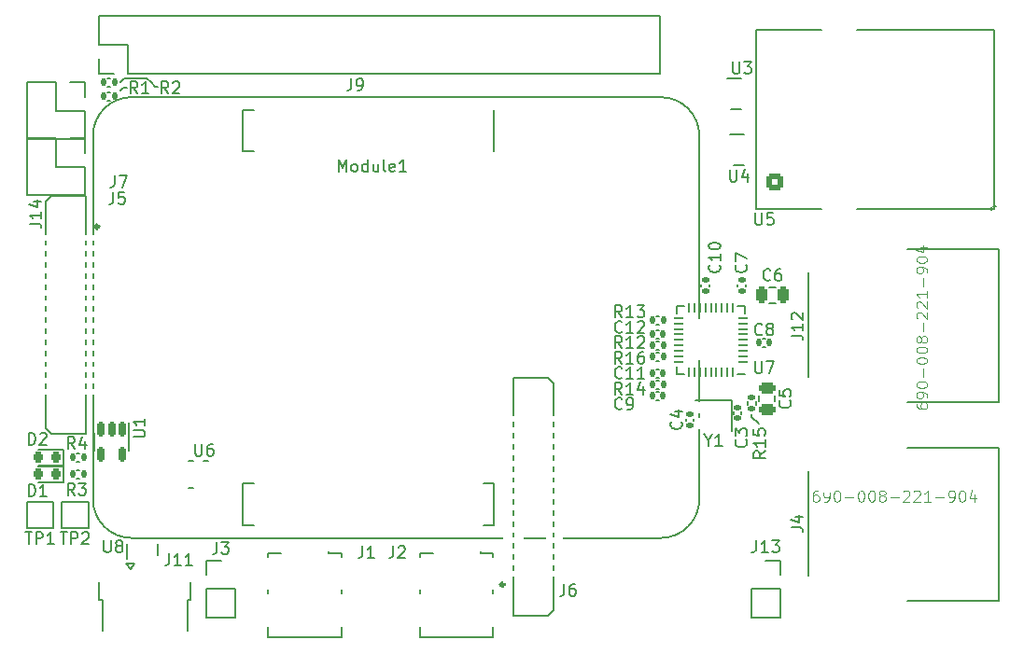
<source format=gto>
G04 #@! TF.GenerationSoftware,KiCad,Pcbnew,(6.0.2-0)*
G04 #@! TF.CreationDate,2022-04-26T16:32:32-05:00*
G04 #@! TF.ProjectId,Pi2CM4,50693243-4d34-42e6-9b69-6361645f7063,rev?*
G04 #@! TF.SameCoordinates,Original*
G04 #@! TF.FileFunction,Legend,Top*
G04 #@! TF.FilePolarity,Positive*
%FSLAX46Y46*%
G04 Gerber Fmt 4.6, Leading zero omitted, Abs format (unit mm)*
G04 Created by KiCad (PCBNEW (6.0.2-0)) date 2022-04-26 16:32:32*
%MOMM*%
%LPD*%
G01*
G04 APERTURE LIST*
G04 Aperture macros list*
%AMRoundRect*
0 Rectangle with rounded corners*
0 $1 Rounding radius*
0 $2 $3 $4 $5 $6 $7 $8 $9 X,Y pos of 4 corners*
0 Add a 4 corners polygon primitive as box body*
4,1,4,$2,$3,$4,$5,$6,$7,$8,$9,$2,$3,0*
0 Add four circle primitives for the rounded corners*
1,1,$1+$1,$2,$3*
1,1,$1+$1,$4,$5*
1,1,$1+$1,$6,$7*
1,1,$1+$1,$8,$9*
0 Add four rect primitives between the rounded corners*
20,1,$1+$1,$2,$3,$4,$5,0*
20,1,$1+$1,$4,$5,$6,$7,0*
20,1,$1+$1,$6,$7,$8,$9,0*
20,1,$1+$1,$8,$9,$2,$3,0*%
G04 Aperture macros list end*
%ADD10C,0.177800*%
%ADD11C,0.050000*%
%ADD12C,0.338900*%
%ADD13RoundRect,0.150000X-0.150000X0.512500X-0.150000X-0.512500X0.150000X-0.512500X0.150000X0.512500X0*%
%ADD14RoundRect,0.135000X0.185000X-0.135000X0.185000X0.135000X-0.185000X0.135000X-0.185000X-0.135000X0*%
%ADD15R,1.850000X0.600000*%
%ADD16R,1.650000X0.600000*%
%ADD17RoundRect,0.135000X-0.135000X-0.185000X0.135000X-0.185000X0.135000X0.185000X-0.135000X0.185000X0*%
%ADD18RoundRect,0.140000X0.170000X-0.140000X0.170000X0.140000X-0.170000X0.140000X-0.170000X-0.140000X0*%
%ADD19R,0.230000X0.850000*%
%ADD20R,0.230000X1.000000*%
%ADD21O,1.500000X2.550000*%
%ADD22RoundRect,0.140000X0.140000X0.170000X-0.140000X0.170000X-0.140000X-0.170000X0.140000X-0.170000X0*%
%ADD23RoundRect,0.135000X0.135000X0.185000X-0.135000X0.185000X-0.135000X-0.185000X0.135000X-0.185000X0*%
%ADD24R,0.575000X0.300000*%
%ADD25R,0.575000X0.250000*%
%ADD26R,0.350000X0.630000*%
%ADD27R,2.000000X2.000000*%
%ADD28C,6.000000*%
%ADD29C,3.200000*%
%ADD30RoundRect,0.250500X0.499500X-0.499500X0.499500X0.499500X-0.499500X0.499500X-0.499500X-0.499500X0*%
%ADD31C,1.500000*%
%ADD32C,2.500000*%
%ADD33R,0.300000X0.550000*%
%ADD34R,0.400000X0.550000*%
%ADD35R,1.150000X1.000000*%
%ADD36R,0.550000X0.300000*%
%ADD37R,0.550000X0.400000*%
%ADD38C,3.450000*%
%ADD39RoundRect,0.140000X-0.140000X-0.170000X0.140000X-0.170000X0.140000X0.170000X-0.140000X0.170000X0*%
%ADD40R,1.700000X1.700000*%
%ADD41O,1.700000X1.700000*%
%ADD42C,6.100000*%
%ADD43R,0.200000X0.700000*%
%ADD44RoundRect,0.250000X-0.475000X0.250000X-0.475000X-0.250000X0.475000X-0.250000X0.475000X0.250000X0*%
%ADD45RoundRect,0.218750X0.218750X0.256250X-0.218750X0.256250X-0.218750X-0.256250X0.218750X-0.256250X0*%
%ADD46R,0.400000X1.750000*%
%ADD47R,2.000000X1.400000*%
%ADD48O,1.300000X1.700000*%
%ADD49O,1.000000X1.400000*%
%ADD50R,1.300000X2.000000*%
%ADD51R,1.825000X0.700000*%
%ADD52RoundRect,0.062500X0.350000X0.062500X-0.350000X0.062500X-0.350000X-0.062500X0.350000X-0.062500X0*%
%ADD53RoundRect,0.062500X0.062500X0.350000X-0.062500X0.350000X-0.062500X-0.350000X0.062500X-0.350000X0*%
%ADD54R,3.700000X3.700000*%
%ADD55RoundRect,0.140000X-0.170000X0.140000X-0.170000X-0.140000X0.170000X-0.140000X0.170000X0.140000X0*%
%ADD56RoundRect,0.250000X-0.250000X-0.475000X0.250000X-0.475000X0.250000X0.475000X-0.250000X0.475000X0*%
G04 APERTURE END LIST*
D10*
X32131000Y-27305000D02*
X32385000Y-27305000D01*
X31750000Y-26924000D02*
X32131000Y-27305000D01*
X31369000Y-26543000D02*
X31750000Y-26924000D01*
X31242000Y-26543000D02*
X31369000Y-26543000D01*
X30734000Y-26543000D02*
X31242000Y-26543000D01*
X29337000Y-26543000D02*
X30734000Y-26543000D01*
X28956000Y-26924000D02*
X29337000Y-26543000D01*
X29210000Y-27432000D02*
X29591000Y-27432000D01*
X28956000Y-27686000D02*
X29210000Y-27432000D01*
X86233000Y-57277000D02*
X86868000Y-57912000D01*
X86233000Y-57277000D02*
X86233000Y-57023000D01*
X30149800Y-59105800D02*
X31013400Y-59105800D01*
X31115000Y-59055000D01*
X31165800Y-59004200D01*
X31216600Y-58902600D01*
X31216600Y-58699400D01*
X31165800Y-58597800D01*
X31115000Y-58547000D01*
X31013400Y-58496200D01*
X30149800Y-58496200D01*
X31216600Y-57429400D02*
X31216600Y-58039000D01*
X31216600Y-57734200D02*
X30149800Y-57734200D01*
X30302200Y-57835800D01*
X30403800Y-57937400D01*
X30454600Y-58039000D01*
X87477600Y-60375800D02*
X86969600Y-60731400D01*
X87477600Y-60985400D02*
X86410800Y-60985400D01*
X86410800Y-60579000D01*
X86461600Y-60477400D01*
X86512400Y-60426600D01*
X86614000Y-60375800D01*
X86766400Y-60375800D01*
X86868000Y-60426600D01*
X86918800Y-60477400D01*
X86969600Y-60579000D01*
X86969600Y-60985400D01*
X87477600Y-59359800D02*
X87477600Y-59969400D01*
X87477600Y-59664600D02*
X86410800Y-59664600D01*
X86563200Y-59766200D01*
X86664800Y-59867800D01*
X86715600Y-59969400D01*
X86410800Y-58394600D02*
X86410800Y-58902600D01*
X86918800Y-58953400D01*
X86868000Y-58902600D01*
X86817200Y-58801000D01*
X86817200Y-58547000D01*
X86868000Y-58445400D01*
X86918800Y-58394600D01*
X87020400Y-58343800D01*
X87274400Y-58343800D01*
X87376000Y-58394600D01*
X87426800Y-58445400D01*
X87477600Y-58547000D01*
X87477600Y-58801000D01*
X87426800Y-58902600D01*
X87376000Y-58953400D01*
X20751800Y-39725600D02*
X21513800Y-39725600D01*
X21666200Y-39776400D01*
X21767800Y-39878000D01*
X21818600Y-40030400D01*
X21818600Y-40132000D01*
X21818600Y-38658800D02*
X21818600Y-39268400D01*
X21818600Y-38963600D02*
X20751800Y-38963600D01*
X20904200Y-39065200D01*
X21005800Y-39166800D01*
X21056600Y-39268400D01*
X21107400Y-37744400D02*
X21818600Y-37744400D01*
X20701000Y-37998400D02*
X21463000Y-38252400D01*
X21463000Y-37592000D01*
X24841200Y-60172600D02*
X24485600Y-59664600D01*
X24231600Y-60172600D02*
X24231600Y-59105800D01*
X24638000Y-59105800D01*
X24739600Y-59156600D01*
X24790400Y-59207400D01*
X24841200Y-59309000D01*
X24841200Y-59461400D01*
X24790400Y-59563000D01*
X24739600Y-59613800D01*
X24638000Y-59664600D01*
X24231600Y-59664600D01*
X25755600Y-59461400D02*
X25755600Y-60172600D01*
X25501600Y-59055000D02*
X25247600Y-59817000D01*
X25908000Y-59817000D01*
X79866000Y-57708800D02*
X79916800Y-57759600D01*
X79967600Y-57912000D01*
X79967600Y-58013600D01*
X79916800Y-58166000D01*
X79815200Y-58267600D01*
X79713600Y-58318400D01*
X79510400Y-58369200D01*
X79358000Y-58369200D01*
X79154800Y-58318400D01*
X79053200Y-58267600D01*
X78951600Y-58166000D01*
X78900800Y-58013600D01*
X78900800Y-57912000D01*
X78951600Y-57759600D01*
X79002400Y-57708800D01*
X79256400Y-56794400D02*
X79967600Y-56794400D01*
X78850000Y-57048400D02*
X79612000Y-57302400D01*
X79612000Y-56642000D01*
X53746400Y-69011800D02*
X53746400Y-69773800D01*
X53695600Y-69926200D01*
X53594000Y-70027800D01*
X53441600Y-70078600D01*
X53340000Y-70078600D01*
X54203600Y-69113400D02*
X54254400Y-69062600D01*
X54356000Y-69011800D01*
X54610000Y-69011800D01*
X54711600Y-69062600D01*
X54762400Y-69113400D01*
X54813200Y-69215000D01*
X54813200Y-69316600D01*
X54762400Y-69469000D01*
X54152800Y-70078600D01*
X54813200Y-70078600D01*
X74498200Y-56515000D02*
X74447400Y-56565800D01*
X74295000Y-56616600D01*
X74193400Y-56616600D01*
X74041000Y-56565800D01*
X73939400Y-56464200D01*
X73888600Y-56362600D01*
X73837800Y-56159400D01*
X73837800Y-56007000D01*
X73888600Y-55803800D01*
X73939400Y-55702200D01*
X74041000Y-55600600D01*
X74193400Y-55549800D01*
X74295000Y-55549800D01*
X74447400Y-55600600D01*
X74498200Y-55651400D01*
X75006200Y-56616600D02*
X75209400Y-56616600D01*
X75311000Y-56565800D01*
X75361800Y-56515000D01*
X75463400Y-56362600D01*
X75514200Y-56159400D01*
X75514200Y-55753000D01*
X75463400Y-55651400D01*
X75412600Y-55600600D01*
X75311000Y-55549800D01*
X75107800Y-55549800D01*
X75006200Y-55600600D01*
X74955400Y-55651400D01*
X74904600Y-55753000D01*
X74904600Y-56007000D01*
X74955400Y-56108600D01*
X75006200Y-56159400D01*
X75107800Y-56210200D01*
X75311000Y-56210200D01*
X75412600Y-56159400D01*
X75463400Y-56108600D01*
X75514200Y-56007000D01*
X74498200Y-48234600D02*
X74142600Y-47726600D01*
X73888600Y-48234600D02*
X73888600Y-47167800D01*
X74295000Y-47167800D01*
X74396600Y-47218600D01*
X74447400Y-47269400D01*
X74498200Y-47371000D01*
X74498200Y-47523400D01*
X74447400Y-47625000D01*
X74396600Y-47675800D01*
X74295000Y-47726600D01*
X73888600Y-47726600D01*
X75514200Y-48234600D02*
X74904600Y-48234600D01*
X75209400Y-48234600D02*
X75209400Y-47167800D01*
X75107800Y-47320200D01*
X75006200Y-47421800D01*
X74904600Y-47472600D01*
X75869800Y-47167800D02*
X76530200Y-47167800D01*
X76174600Y-47574200D01*
X76327000Y-47574200D01*
X76428600Y-47625000D01*
X76479400Y-47675800D01*
X76530200Y-47777400D01*
X76530200Y-48031400D01*
X76479400Y-48133000D01*
X76428600Y-48183800D01*
X76327000Y-48234600D01*
X76022200Y-48234600D01*
X75920600Y-48183800D01*
X75869800Y-48133000D01*
X35763200Y-59740800D02*
X35763200Y-60604400D01*
X35814000Y-60706000D01*
X35864800Y-60756800D01*
X35966400Y-60807600D01*
X36169600Y-60807600D01*
X36271200Y-60756800D01*
X36322000Y-60706000D01*
X36372800Y-60604400D01*
X36372800Y-59740800D01*
X37338000Y-59740800D02*
X37134800Y-59740800D01*
X37033200Y-59791600D01*
X36982400Y-59842400D01*
X36880800Y-59994800D01*
X36830000Y-60198000D01*
X36830000Y-60604400D01*
X36880800Y-60706000D01*
X36931600Y-60756800D01*
X37033200Y-60807600D01*
X37236400Y-60807600D01*
X37338000Y-60756800D01*
X37388800Y-60706000D01*
X37439600Y-60604400D01*
X37439600Y-60350400D01*
X37388800Y-60248800D01*
X37338000Y-60198000D01*
X37236400Y-60147200D01*
X37033200Y-60147200D01*
X36931600Y-60198000D01*
X36880800Y-60248800D01*
X36830000Y-60350400D01*
X23545800Y-67741800D02*
X24155400Y-67741800D01*
X23850600Y-68808600D02*
X23850600Y-67741800D01*
X24511000Y-68808600D02*
X24511000Y-67741800D01*
X24917400Y-67741800D01*
X25019000Y-67792600D01*
X25069800Y-67843400D01*
X25120600Y-67945000D01*
X25120600Y-68097400D01*
X25069800Y-68199000D01*
X25019000Y-68249800D01*
X24917400Y-68300600D01*
X24511000Y-68300600D01*
X25527000Y-67843400D02*
X25577800Y-67792600D01*
X25679400Y-67741800D01*
X25933400Y-67741800D01*
X26035000Y-67792600D01*
X26085800Y-67843400D01*
X26136600Y-67945000D01*
X26136600Y-68046600D01*
X26085800Y-68199000D01*
X25476200Y-68808600D01*
X26136600Y-68808600D01*
X83312000Y-43484800D02*
X83362800Y-43535600D01*
X83413600Y-43688000D01*
X83413600Y-43789600D01*
X83362800Y-43942000D01*
X83261200Y-44043600D01*
X83159600Y-44094400D01*
X82956400Y-44145200D01*
X82804000Y-44145200D01*
X82600800Y-44094400D01*
X82499200Y-44043600D01*
X82397600Y-43942000D01*
X82346800Y-43789600D01*
X82346800Y-43688000D01*
X82397600Y-43535600D01*
X82448400Y-43484800D01*
X83413600Y-42468800D02*
X83413600Y-43078400D01*
X83413600Y-42773600D02*
X82346800Y-42773600D01*
X82499200Y-42875200D01*
X82600800Y-42976800D01*
X82651600Y-43078400D01*
X82346800Y-41808400D02*
X82346800Y-41706800D01*
X82397600Y-41605200D01*
X82448400Y-41554400D01*
X82550000Y-41503600D01*
X82753200Y-41452800D01*
X83007200Y-41452800D01*
X83210400Y-41503600D01*
X83312000Y-41554400D01*
X83362800Y-41605200D01*
X83413600Y-41706800D01*
X83413600Y-41808400D01*
X83362800Y-41910000D01*
X83312000Y-41960800D01*
X83210400Y-42011600D01*
X83007200Y-42062400D01*
X82753200Y-42062400D01*
X82550000Y-42011600D01*
X82448400Y-41960800D01*
X82397600Y-41910000D01*
X82346800Y-41808400D01*
X69240400Y-72440800D02*
X69240400Y-73202800D01*
X69189600Y-73355200D01*
X69088000Y-73456800D01*
X68935600Y-73507600D01*
X68834000Y-73507600D01*
X70205600Y-72440800D02*
X70002400Y-72440800D01*
X69900800Y-72491600D01*
X69850000Y-72542400D01*
X69748400Y-72694800D01*
X69697600Y-72898000D01*
X69697600Y-73304400D01*
X69748400Y-73406000D01*
X69799200Y-73456800D01*
X69900800Y-73507600D01*
X70104000Y-73507600D01*
X70205600Y-73456800D01*
X70256400Y-73406000D01*
X70307200Y-73304400D01*
X70307200Y-73050400D01*
X70256400Y-72948800D01*
X70205600Y-72898000D01*
X70104000Y-72847200D01*
X69900800Y-72847200D01*
X69799200Y-72898000D01*
X69748400Y-72948800D01*
X69697600Y-73050400D01*
X74498200Y-53721000D02*
X74447400Y-53771800D01*
X74295000Y-53822600D01*
X74193400Y-53822600D01*
X74041000Y-53771800D01*
X73939400Y-53670200D01*
X73888600Y-53568600D01*
X73837800Y-53365400D01*
X73837800Y-53213000D01*
X73888600Y-53009800D01*
X73939400Y-52908200D01*
X74041000Y-52806600D01*
X74193400Y-52755800D01*
X74295000Y-52755800D01*
X74447400Y-52806600D01*
X74498200Y-52857400D01*
X75514200Y-53822600D02*
X74904600Y-53822600D01*
X75209400Y-53822600D02*
X75209400Y-52755800D01*
X75107800Y-52908200D01*
X75006200Y-53009800D01*
X74904600Y-53060600D01*
X76530200Y-53822600D02*
X75920600Y-53822600D01*
X76225400Y-53822600D02*
X76225400Y-52755800D01*
X76123800Y-52908200D01*
X76022200Y-53009800D01*
X75920600Y-53060600D01*
X74498200Y-51028600D02*
X74142600Y-50520600D01*
X73888600Y-51028600D02*
X73888600Y-49961800D01*
X74295000Y-49961800D01*
X74396600Y-50012600D01*
X74447400Y-50063400D01*
X74498200Y-50165000D01*
X74498200Y-50317400D01*
X74447400Y-50419000D01*
X74396600Y-50469800D01*
X74295000Y-50520600D01*
X73888600Y-50520600D01*
X75514200Y-51028600D02*
X74904600Y-51028600D01*
X75209400Y-51028600D02*
X75209400Y-49961800D01*
X75107800Y-50114200D01*
X75006200Y-50215800D01*
X74904600Y-50266600D01*
X75920600Y-50063400D02*
X75971400Y-50012600D01*
X76073000Y-49961800D01*
X76327000Y-49961800D01*
X76428600Y-50012600D01*
X76479400Y-50063400D01*
X76530200Y-50165000D01*
X76530200Y-50266600D01*
X76479400Y-50419000D01*
X75869800Y-51028600D01*
X76530200Y-51028600D01*
X86563200Y-38785800D02*
X86563200Y-39649400D01*
X86614000Y-39751000D01*
X86664800Y-39801800D01*
X86766400Y-39852600D01*
X86969600Y-39852600D01*
X87071200Y-39801800D01*
X87122000Y-39751000D01*
X87172800Y-39649400D01*
X87172800Y-38785800D01*
X88188800Y-38785800D02*
X87680800Y-38785800D01*
X87630000Y-39293800D01*
X87680800Y-39243000D01*
X87782400Y-39192200D01*
X88036400Y-39192200D01*
X88138000Y-39243000D01*
X88188800Y-39293800D01*
X88239600Y-39395400D01*
X88239600Y-39649400D01*
X88188800Y-39751000D01*
X88138000Y-39801800D01*
X88036400Y-39852600D01*
X87782400Y-39852600D01*
X87680800Y-39801800D01*
X87630000Y-39751000D01*
X27508200Y-68503800D02*
X27508200Y-69367400D01*
X27559000Y-69469000D01*
X27609800Y-69519800D01*
X27711400Y-69570600D01*
X27914600Y-69570600D01*
X28016200Y-69519800D01*
X28067000Y-69469000D01*
X28117800Y-69367400D01*
X28117800Y-68503800D01*
X28778200Y-68961000D02*
X28676600Y-68910200D01*
X28625800Y-68859400D01*
X28575000Y-68757800D01*
X28575000Y-68707000D01*
X28625800Y-68605400D01*
X28676600Y-68554600D01*
X28778200Y-68503800D01*
X28981400Y-68503800D01*
X29083000Y-68554600D01*
X29133800Y-68605400D01*
X29184600Y-68707000D01*
X29184600Y-68757800D01*
X29133800Y-68859400D01*
X29083000Y-68910200D01*
X28981400Y-68961000D01*
X28778200Y-68961000D01*
X28676600Y-69011800D01*
X28625800Y-69062600D01*
X28575000Y-69164200D01*
X28575000Y-69367400D01*
X28625800Y-69469000D01*
X28676600Y-69519800D01*
X28778200Y-69570600D01*
X28981400Y-69570600D01*
X29083000Y-69519800D01*
X29133800Y-69469000D01*
X29184600Y-69367400D01*
X29184600Y-69164200D01*
X29133800Y-69062600D01*
X29083000Y-69011800D01*
X28981400Y-68961000D01*
X74498200Y-49530000D02*
X74447400Y-49580800D01*
X74295000Y-49631600D01*
X74193400Y-49631600D01*
X74041000Y-49580800D01*
X73939400Y-49479200D01*
X73888600Y-49377600D01*
X73837800Y-49174400D01*
X73837800Y-49022000D01*
X73888600Y-48818800D01*
X73939400Y-48717200D01*
X74041000Y-48615600D01*
X74193400Y-48564800D01*
X74295000Y-48564800D01*
X74447400Y-48615600D01*
X74498200Y-48666400D01*
X75514200Y-49631600D02*
X74904600Y-49631600D01*
X75209400Y-49631600D02*
X75209400Y-48564800D01*
X75107800Y-48717200D01*
X75006200Y-48818800D01*
X74904600Y-48869600D01*
X75920600Y-48666400D02*
X75971400Y-48615600D01*
X76073000Y-48564800D01*
X76327000Y-48564800D01*
X76428600Y-48615600D01*
X76479400Y-48666400D01*
X76530200Y-48768000D01*
X76530200Y-48869600D01*
X76479400Y-49022000D01*
X75869800Y-49631600D01*
X76530200Y-49631600D01*
X82296000Y-59410600D02*
X82296000Y-59918600D01*
X81940400Y-58851800D02*
X82296000Y-59410600D01*
X82651600Y-58851800D01*
X83566000Y-59918600D02*
X82956400Y-59918600D01*
X83261200Y-59918600D02*
X83261200Y-58851800D01*
X83159600Y-59004200D01*
X83058000Y-59105800D01*
X82956400Y-59156600D01*
X74498200Y-52425600D02*
X74142600Y-51917600D01*
X73888600Y-52425600D02*
X73888600Y-51358800D01*
X74295000Y-51358800D01*
X74396600Y-51409600D01*
X74447400Y-51460400D01*
X74498200Y-51562000D01*
X74498200Y-51714400D01*
X74447400Y-51816000D01*
X74396600Y-51866800D01*
X74295000Y-51917600D01*
X73888600Y-51917600D01*
X75514200Y-52425600D02*
X74904600Y-52425600D01*
X75209400Y-52425600D02*
X75209400Y-51358800D01*
X75107800Y-51511200D01*
X75006200Y-51612800D01*
X74904600Y-51663600D01*
X76428600Y-51358800D02*
X76225400Y-51358800D01*
X76123800Y-51409600D01*
X76073000Y-51460400D01*
X75971400Y-51612800D01*
X75920600Y-51816000D01*
X75920600Y-52222400D01*
X75971400Y-52324000D01*
X76022200Y-52374800D01*
X76123800Y-52425600D01*
X76327000Y-52425600D01*
X76428600Y-52374800D01*
X76479400Y-52324000D01*
X76530200Y-52222400D01*
X76530200Y-51968400D01*
X76479400Y-51866800D01*
X76428600Y-51816000D01*
X76327000Y-51765200D01*
X76123800Y-51765200D01*
X76022200Y-51816000D01*
X75971400Y-51866800D01*
X75920600Y-51968400D01*
X20370800Y-67741800D02*
X20980400Y-67741800D01*
X20675600Y-68808600D02*
X20675600Y-67741800D01*
X21336000Y-68808600D02*
X21336000Y-67741800D01*
X21742400Y-67741800D01*
X21844000Y-67792600D01*
X21894800Y-67843400D01*
X21945600Y-67945000D01*
X21945600Y-68097400D01*
X21894800Y-68199000D01*
X21844000Y-68249800D01*
X21742400Y-68300600D01*
X21336000Y-68300600D01*
X22961600Y-68808600D02*
X22352000Y-68808600D01*
X22656800Y-68808600D02*
X22656800Y-67741800D01*
X22555200Y-67894200D01*
X22453600Y-67995800D01*
X22352000Y-68046600D01*
X84531200Y-25069800D02*
X84531200Y-25933400D01*
X84582000Y-26035000D01*
X84632800Y-26085800D01*
X84734400Y-26136600D01*
X84937600Y-26136600D01*
X85039200Y-26085800D01*
X85090000Y-26035000D01*
X85140800Y-25933400D01*
X85140800Y-25069800D01*
X85547200Y-25069800D02*
X86207600Y-25069800D01*
X85852000Y-25476200D01*
X86004400Y-25476200D01*
X86106000Y-25527000D01*
X86156800Y-25577800D01*
X86207600Y-25679400D01*
X86207600Y-25933400D01*
X86156800Y-26035000D01*
X86106000Y-26085800D01*
X86004400Y-26136600D01*
X85699600Y-26136600D01*
X85598000Y-26085800D01*
X85547200Y-26035000D01*
X89839800Y-49885600D02*
X90601800Y-49885600D01*
X90754200Y-49936400D01*
X90855800Y-50038000D01*
X90906600Y-50190400D01*
X90906600Y-50292000D01*
X90906600Y-48818800D02*
X90906600Y-49428400D01*
X90906600Y-49123600D02*
X89839800Y-49123600D01*
X89992200Y-49225200D01*
X90093800Y-49326800D01*
X90144600Y-49428400D01*
X89941400Y-48412400D02*
X89890600Y-48361600D01*
X89839800Y-48260000D01*
X89839800Y-48006000D01*
X89890600Y-47904400D01*
X89941400Y-47853600D01*
X90043000Y-47802800D01*
X90144600Y-47802800D01*
X90297000Y-47853600D01*
X90906600Y-48463200D01*
X90906600Y-47802800D01*
D11*
X101178690Y-56062461D02*
X101178690Y-56253178D01*
X101226370Y-56348536D01*
X101274049Y-56396215D01*
X101417086Y-56491573D01*
X101607802Y-56539252D01*
X101989234Y-56539252D01*
X102084592Y-56491573D01*
X102132271Y-56443894D01*
X102179950Y-56348536D01*
X102179950Y-56157820D01*
X102132271Y-56062461D01*
X102084592Y-56014782D01*
X101989234Y-55967103D01*
X101750839Y-55967103D01*
X101655481Y-56014782D01*
X101607802Y-56062461D01*
X101560123Y-56157820D01*
X101560123Y-56348536D01*
X101607802Y-56443894D01*
X101655481Y-56491573D01*
X101750839Y-56539252D01*
X102179950Y-55490313D02*
X102179950Y-55299597D01*
X102132271Y-55204239D01*
X102084592Y-55156560D01*
X101941555Y-55061201D01*
X101750839Y-55013522D01*
X101369407Y-55013522D01*
X101274049Y-55061201D01*
X101226370Y-55108880D01*
X101178690Y-55204239D01*
X101178690Y-55394955D01*
X101226370Y-55490313D01*
X101274049Y-55537992D01*
X101369407Y-55585671D01*
X101607802Y-55585671D01*
X101703160Y-55537992D01*
X101750839Y-55490313D01*
X101798518Y-55394955D01*
X101798518Y-55204239D01*
X101750839Y-55108880D01*
X101703160Y-55061201D01*
X101607802Y-55013522D01*
X101178690Y-54393695D02*
X101178690Y-54298337D01*
X101226370Y-54202979D01*
X101274049Y-54155300D01*
X101369407Y-54107620D01*
X101560123Y-54059941D01*
X101798518Y-54059941D01*
X101989234Y-54107620D01*
X102084592Y-54155300D01*
X102132271Y-54202979D01*
X102179950Y-54298337D01*
X102179950Y-54393695D01*
X102132271Y-54489053D01*
X102084592Y-54536732D01*
X101989234Y-54584411D01*
X101798518Y-54632090D01*
X101560123Y-54632090D01*
X101369407Y-54584411D01*
X101274049Y-54536732D01*
X101226370Y-54489053D01*
X101178690Y-54393695D01*
X101798518Y-53630830D02*
X101798518Y-52867965D01*
X101178690Y-52200459D02*
X101178690Y-52105100D01*
X101226370Y-52009742D01*
X101274049Y-51962063D01*
X101369407Y-51914384D01*
X101560123Y-51866705D01*
X101798518Y-51866705D01*
X101989234Y-51914384D01*
X102084592Y-51962063D01*
X102132271Y-52009742D01*
X102179950Y-52105100D01*
X102179950Y-52200459D01*
X102132271Y-52295817D01*
X102084592Y-52343496D01*
X101989234Y-52391175D01*
X101798518Y-52438854D01*
X101560123Y-52438854D01*
X101369407Y-52391175D01*
X101274049Y-52343496D01*
X101226370Y-52295817D01*
X101178690Y-52200459D01*
X101178690Y-51246878D02*
X101178690Y-51151520D01*
X101226370Y-51056161D01*
X101274049Y-51008482D01*
X101369407Y-50960803D01*
X101560123Y-50913124D01*
X101798518Y-50913124D01*
X101989234Y-50960803D01*
X102084592Y-51008482D01*
X102132271Y-51056161D01*
X102179950Y-51151520D01*
X102179950Y-51246878D01*
X102132271Y-51342236D01*
X102084592Y-51389915D01*
X101989234Y-51437594D01*
X101798518Y-51485273D01*
X101560123Y-51485273D01*
X101369407Y-51437594D01*
X101274049Y-51389915D01*
X101226370Y-51342236D01*
X101178690Y-51246878D01*
X101607802Y-50340976D02*
X101560123Y-50436334D01*
X101512444Y-50484013D01*
X101417086Y-50531692D01*
X101369407Y-50531692D01*
X101274049Y-50484013D01*
X101226370Y-50436334D01*
X101178690Y-50340976D01*
X101178690Y-50150260D01*
X101226370Y-50054901D01*
X101274049Y-50007222D01*
X101369407Y-49959543D01*
X101417086Y-49959543D01*
X101512444Y-50007222D01*
X101560123Y-50054901D01*
X101607802Y-50150260D01*
X101607802Y-50340976D01*
X101655481Y-50436334D01*
X101703160Y-50484013D01*
X101798518Y-50531692D01*
X101989234Y-50531692D01*
X102084592Y-50484013D01*
X102132271Y-50436334D01*
X102179950Y-50340976D01*
X102179950Y-50150260D01*
X102132271Y-50054901D01*
X102084592Y-50007222D01*
X101989234Y-49959543D01*
X101798518Y-49959543D01*
X101703160Y-50007222D01*
X101655481Y-50054901D01*
X101607802Y-50150260D01*
X101798518Y-49530432D02*
X101798518Y-48767567D01*
X101274049Y-48338456D02*
X101226370Y-48290777D01*
X101178690Y-48195419D01*
X101178690Y-47957023D01*
X101226370Y-47861665D01*
X101274049Y-47813986D01*
X101369407Y-47766307D01*
X101464765Y-47766307D01*
X101607802Y-47813986D01*
X102179950Y-48386135D01*
X102179950Y-47766307D01*
X101274049Y-47384875D02*
X101226370Y-47337196D01*
X101178690Y-47241838D01*
X101178690Y-47003442D01*
X101226370Y-46908084D01*
X101274049Y-46860405D01*
X101369407Y-46812726D01*
X101464765Y-46812726D01*
X101607802Y-46860405D01*
X102179950Y-47432554D01*
X102179950Y-46812726D01*
X102179950Y-45859145D02*
X102179950Y-46431294D01*
X102179950Y-46145220D02*
X101178690Y-46145220D01*
X101321728Y-46240578D01*
X101417086Y-46335936D01*
X101464765Y-46431294D01*
X101798518Y-45430034D02*
X101798518Y-44667169D01*
X102179950Y-44142700D02*
X102179950Y-43951983D01*
X102132271Y-43856625D01*
X102084592Y-43808946D01*
X101941555Y-43713588D01*
X101750839Y-43665909D01*
X101369407Y-43665909D01*
X101274049Y-43713588D01*
X101226370Y-43761267D01*
X101178690Y-43856625D01*
X101178690Y-44047341D01*
X101226370Y-44142700D01*
X101274049Y-44190379D01*
X101369407Y-44238058D01*
X101607802Y-44238058D01*
X101703160Y-44190379D01*
X101750839Y-44142700D01*
X101798518Y-44047341D01*
X101798518Y-43856625D01*
X101750839Y-43761267D01*
X101703160Y-43713588D01*
X101607802Y-43665909D01*
X101178690Y-43046081D02*
X101178690Y-42950723D01*
X101226370Y-42855365D01*
X101274049Y-42807686D01*
X101369407Y-42760007D01*
X101560123Y-42712328D01*
X101798518Y-42712328D01*
X101989234Y-42760007D01*
X102084592Y-42807686D01*
X102132271Y-42855365D01*
X102179950Y-42950723D01*
X102179950Y-43046081D01*
X102132271Y-43141440D01*
X102084592Y-43189119D01*
X101989234Y-43236798D01*
X101798518Y-43284477D01*
X101560123Y-43284477D01*
X101369407Y-43236798D01*
X101274049Y-43189119D01*
X101226370Y-43141440D01*
X101178690Y-43046081D01*
X101512444Y-41854105D02*
X102179950Y-41854105D01*
X101131011Y-42092500D02*
X101846197Y-42330896D01*
X101846197Y-41711068D01*
D10*
X87198200Y-49767000D02*
X87147400Y-49817800D01*
X86995000Y-49868600D01*
X86893400Y-49868600D01*
X86741000Y-49817800D01*
X86639400Y-49716200D01*
X86588600Y-49614600D01*
X86537800Y-49411400D01*
X86537800Y-49259000D01*
X86588600Y-49055800D01*
X86639400Y-48954200D01*
X86741000Y-48852600D01*
X86893400Y-48801800D01*
X86995000Y-48801800D01*
X87147400Y-48852600D01*
X87198200Y-48903400D01*
X87807800Y-49259000D02*
X87706200Y-49208200D01*
X87655400Y-49157400D01*
X87604600Y-49055800D01*
X87604600Y-49005000D01*
X87655400Y-48903400D01*
X87706200Y-48852600D01*
X87807800Y-48801800D01*
X88011000Y-48801800D01*
X88112600Y-48852600D01*
X88163400Y-48903400D01*
X88214200Y-49005000D01*
X88214200Y-49055800D01*
X88163400Y-49157400D01*
X88112600Y-49208200D01*
X88011000Y-49259000D01*
X87807800Y-49259000D01*
X87706200Y-49309800D01*
X87655400Y-49360600D01*
X87604600Y-49462200D01*
X87604600Y-49665400D01*
X87655400Y-49767000D01*
X87706200Y-49817800D01*
X87807800Y-49868600D01*
X88011000Y-49868600D01*
X88112600Y-49817800D01*
X88163400Y-49767000D01*
X88214200Y-49665400D01*
X88214200Y-49462200D01*
X88163400Y-49360600D01*
X88112600Y-49309800D01*
X88011000Y-49259000D01*
X89839800Y-67284600D02*
X90601800Y-67284600D01*
X90754200Y-67335400D01*
X90855800Y-67437000D01*
X90906600Y-67589400D01*
X90906600Y-67691000D01*
X90195400Y-66319400D02*
X90906600Y-66319400D01*
X89789000Y-66573400D02*
X90551000Y-66827400D01*
X90551000Y-66167000D01*
D11*
X92273538Y-63967690D02*
X92082821Y-63967690D01*
X91987463Y-64015370D01*
X91939784Y-64063049D01*
X91844426Y-64206086D01*
X91796747Y-64396802D01*
X91796747Y-64778234D01*
X91844426Y-64873592D01*
X91892105Y-64921271D01*
X91987463Y-64968950D01*
X92178180Y-64968950D01*
X92273538Y-64921271D01*
X92321217Y-64873592D01*
X92368896Y-64778234D01*
X92368896Y-64539839D01*
X92321217Y-64444481D01*
X92273538Y-64396802D01*
X92178180Y-64349123D01*
X91987463Y-64349123D01*
X91892105Y-64396802D01*
X91844426Y-64444481D01*
X91796747Y-64539839D01*
X92845686Y-64968950D02*
X93036402Y-64968950D01*
X93131760Y-64921271D01*
X93179440Y-64873592D01*
X93274798Y-64730555D01*
X93322477Y-64539839D01*
X93322477Y-64158407D01*
X93274798Y-64063049D01*
X93227119Y-64015370D01*
X93131760Y-63967690D01*
X92941044Y-63967690D01*
X92845686Y-64015370D01*
X92798007Y-64063049D01*
X92750328Y-64158407D01*
X92750328Y-64396802D01*
X92798007Y-64492160D01*
X92845686Y-64539839D01*
X92941044Y-64587518D01*
X93131760Y-64587518D01*
X93227119Y-64539839D01*
X93274798Y-64492160D01*
X93322477Y-64396802D01*
X93942304Y-63967690D02*
X94037662Y-63967690D01*
X94133020Y-64015370D01*
X94180700Y-64063049D01*
X94228379Y-64158407D01*
X94276058Y-64349123D01*
X94276058Y-64587518D01*
X94228379Y-64778234D01*
X94180700Y-64873592D01*
X94133020Y-64921271D01*
X94037662Y-64968950D01*
X93942304Y-64968950D01*
X93846946Y-64921271D01*
X93799267Y-64873592D01*
X93751588Y-64778234D01*
X93703909Y-64587518D01*
X93703909Y-64349123D01*
X93751588Y-64158407D01*
X93799267Y-64063049D01*
X93846946Y-64015370D01*
X93942304Y-63967690D01*
X94705169Y-64587518D02*
X95468034Y-64587518D01*
X96135540Y-63967690D02*
X96230899Y-63967690D01*
X96326257Y-64015370D01*
X96373936Y-64063049D01*
X96421615Y-64158407D01*
X96469294Y-64349123D01*
X96469294Y-64587518D01*
X96421615Y-64778234D01*
X96373936Y-64873592D01*
X96326257Y-64921271D01*
X96230899Y-64968950D01*
X96135540Y-64968950D01*
X96040182Y-64921271D01*
X95992503Y-64873592D01*
X95944824Y-64778234D01*
X95897145Y-64587518D01*
X95897145Y-64349123D01*
X95944824Y-64158407D01*
X95992503Y-64063049D01*
X96040182Y-64015370D01*
X96135540Y-63967690D01*
X97089121Y-63967690D02*
X97184480Y-63967690D01*
X97279838Y-64015370D01*
X97327517Y-64063049D01*
X97375196Y-64158407D01*
X97422875Y-64349123D01*
X97422875Y-64587518D01*
X97375196Y-64778234D01*
X97327517Y-64873592D01*
X97279838Y-64921271D01*
X97184480Y-64968950D01*
X97089121Y-64968950D01*
X96993763Y-64921271D01*
X96946084Y-64873592D01*
X96898405Y-64778234D01*
X96850726Y-64587518D01*
X96850726Y-64349123D01*
X96898405Y-64158407D01*
X96946084Y-64063049D01*
X96993763Y-64015370D01*
X97089121Y-63967690D01*
X97995023Y-64396802D02*
X97899665Y-64349123D01*
X97851986Y-64301444D01*
X97804307Y-64206086D01*
X97804307Y-64158407D01*
X97851986Y-64063049D01*
X97899665Y-64015370D01*
X97995023Y-63967690D01*
X98185740Y-63967690D01*
X98281098Y-64015370D01*
X98328777Y-64063049D01*
X98376456Y-64158407D01*
X98376456Y-64206086D01*
X98328777Y-64301444D01*
X98281098Y-64349123D01*
X98185740Y-64396802D01*
X97995023Y-64396802D01*
X97899665Y-64444481D01*
X97851986Y-64492160D01*
X97804307Y-64587518D01*
X97804307Y-64778234D01*
X97851986Y-64873592D01*
X97899665Y-64921271D01*
X97995023Y-64968950D01*
X98185740Y-64968950D01*
X98281098Y-64921271D01*
X98328777Y-64873592D01*
X98376456Y-64778234D01*
X98376456Y-64587518D01*
X98328777Y-64492160D01*
X98281098Y-64444481D01*
X98185740Y-64396802D01*
X98805567Y-64587518D02*
X99568432Y-64587518D01*
X99997543Y-64063049D02*
X100045222Y-64015370D01*
X100140580Y-63967690D01*
X100378976Y-63967690D01*
X100474334Y-64015370D01*
X100522013Y-64063049D01*
X100569692Y-64158407D01*
X100569692Y-64253765D01*
X100522013Y-64396802D01*
X99949864Y-64968950D01*
X100569692Y-64968950D01*
X100951124Y-64063049D02*
X100998803Y-64015370D01*
X101094161Y-63967690D01*
X101332557Y-63967690D01*
X101427915Y-64015370D01*
X101475594Y-64063049D01*
X101523273Y-64158407D01*
X101523273Y-64253765D01*
X101475594Y-64396802D01*
X100903445Y-64968950D01*
X101523273Y-64968950D01*
X102476854Y-64968950D02*
X101904705Y-64968950D01*
X102190780Y-64968950D02*
X102190780Y-63967690D01*
X102095421Y-64110728D01*
X102000063Y-64206086D01*
X101904705Y-64253765D01*
X102905965Y-64587518D02*
X103668830Y-64587518D01*
X104193300Y-64968950D02*
X104384016Y-64968950D01*
X104479374Y-64921271D01*
X104527053Y-64873592D01*
X104622411Y-64730555D01*
X104670090Y-64539839D01*
X104670090Y-64158407D01*
X104622411Y-64063049D01*
X104574732Y-64015370D01*
X104479374Y-63967690D01*
X104288658Y-63967690D01*
X104193300Y-64015370D01*
X104145620Y-64063049D01*
X104097941Y-64158407D01*
X104097941Y-64396802D01*
X104145620Y-64492160D01*
X104193300Y-64539839D01*
X104288658Y-64587518D01*
X104479374Y-64587518D01*
X104574732Y-64539839D01*
X104622411Y-64492160D01*
X104670090Y-64396802D01*
X105289918Y-63967690D02*
X105385276Y-63967690D01*
X105480634Y-64015370D01*
X105528313Y-64063049D01*
X105575992Y-64158407D01*
X105623671Y-64349123D01*
X105623671Y-64587518D01*
X105575992Y-64778234D01*
X105528313Y-64873592D01*
X105480634Y-64921271D01*
X105385276Y-64968950D01*
X105289918Y-64968950D01*
X105194560Y-64921271D01*
X105146880Y-64873592D01*
X105099201Y-64778234D01*
X105051522Y-64587518D01*
X105051522Y-64349123D01*
X105099201Y-64158407D01*
X105146880Y-64063049D01*
X105194560Y-64015370D01*
X105289918Y-63967690D01*
X106481894Y-64301444D02*
X106481894Y-64968950D01*
X106243499Y-63920011D02*
X106005103Y-64635197D01*
X106624931Y-64635197D01*
D10*
X24841200Y-64363600D02*
X24485600Y-63855600D01*
X24231600Y-64363600D02*
X24231600Y-63296800D01*
X24638000Y-63296800D01*
X24739600Y-63347600D01*
X24790400Y-63398400D01*
X24841200Y-63500000D01*
X24841200Y-63652400D01*
X24790400Y-63754000D01*
X24739600Y-63804800D01*
X24638000Y-63855600D01*
X24231600Y-63855600D01*
X25196800Y-63296800D02*
X25857200Y-63296800D01*
X25501600Y-63703200D01*
X25654000Y-63703200D01*
X25755600Y-63754000D01*
X25806400Y-63804800D01*
X25857200Y-63906400D01*
X25857200Y-64160400D01*
X25806400Y-64262000D01*
X25755600Y-64312800D01*
X25654000Y-64363600D01*
X25349200Y-64363600D01*
X25247600Y-64312800D01*
X25196800Y-64262000D01*
X50952400Y-69011800D02*
X50952400Y-69773800D01*
X50901600Y-69926200D01*
X50800000Y-70027800D01*
X50647600Y-70078600D01*
X50546000Y-70078600D01*
X52019200Y-70078600D02*
X51409600Y-70078600D01*
X51714400Y-70078600D02*
X51714400Y-69011800D01*
X51612800Y-69164200D01*
X51511200Y-69265800D01*
X51409600Y-69316600D01*
X37744400Y-68630800D02*
X37744400Y-69392800D01*
X37693600Y-69545200D01*
X37592000Y-69646800D01*
X37439600Y-69697600D01*
X37338000Y-69697600D01*
X38150800Y-68630800D02*
X38811200Y-68630800D01*
X38455600Y-69037200D01*
X38608000Y-69037200D01*
X38709600Y-69088000D01*
X38760400Y-69138800D01*
X38811200Y-69240400D01*
X38811200Y-69494400D01*
X38760400Y-69596000D01*
X38709600Y-69646800D01*
X38608000Y-69697600D01*
X38303200Y-69697600D01*
X38201600Y-69646800D01*
X38150800Y-69596000D01*
X86664400Y-68503800D02*
X86664400Y-69265800D01*
X86613600Y-69418200D01*
X86512000Y-69519800D01*
X86359600Y-69570600D01*
X86258000Y-69570600D01*
X87731200Y-69570600D02*
X87121600Y-69570600D01*
X87426400Y-69570600D02*
X87426400Y-68503800D01*
X87324800Y-68656200D01*
X87223200Y-68757800D01*
X87121600Y-68808600D01*
X88086800Y-68503800D02*
X88747200Y-68503800D01*
X88391600Y-68910200D01*
X88544000Y-68910200D01*
X88645600Y-68961000D01*
X88696400Y-69011800D01*
X88747200Y-69113400D01*
X88747200Y-69367400D01*
X88696400Y-69469000D01*
X88645600Y-69519800D01*
X88544000Y-69570600D01*
X88239200Y-69570600D01*
X88137600Y-69519800D01*
X88086800Y-69469000D01*
X48768000Y-35026600D02*
X48768000Y-33959800D01*
X49123600Y-34721800D01*
X49479200Y-33959800D01*
X49479200Y-35026600D01*
X50139600Y-35026600D02*
X50038000Y-34975800D01*
X49987200Y-34925000D01*
X49936400Y-34823400D01*
X49936400Y-34518600D01*
X49987200Y-34417000D01*
X50038000Y-34366200D01*
X50139600Y-34315400D01*
X50292000Y-34315400D01*
X50393600Y-34366200D01*
X50444400Y-34417000D01*
X50495200Y-34518600D01*
X50495200Y-34823400D01*
X50444400Y-34925000D01*
X50393600Y-34975800D01*
X50292000Y-35026600D01*
X50139600Y-35026600D01*
X51409600Y-35026600D02*
X51409600Y-33959800D01*
X51409600Y-34975800D02*
X51308000Y-35026600D01*
X51104800Y-35026600D01*
X51003200Y-34975800D01*
X50952400Y-34925000D01*
X50901600Y-34823400D01*
X50901600Y-34518600D01*
X50952400Y-34417000D01*
X51003200Y-34366200D01*
X51104800Y-34315400D01*
X51308000Y-34315400D01*
X51409600Y-34366200D01*
X52374800Y-34315400D02*
X52374800Y-35026600D01*
X51917600Y-34315400D02*
X51917600Y-34874200D01*
X51968400Y-34975800D01*
X52070000Y-35026600D01*
X52222400Y-35026600D01*
X52324000Y-34975800D01*
X52374800Y-34925000D01*
X53035200Y-35026600D02*
X52933600Y-34975800D01*
X52882800Y-34874200D01*
X52882800Y-33959800D01*
X53848000Y-34975800D02*
X53746400Y-35026600D01*
X53543200Y-35026600D01*
X53441600Y-34975800D01*
X53390800Y-34874200D01*
X53390800Y-34467800D01*
X53441600Y-34366200D01*
X53543200Y-34315400D01*
X53746400Y-34315400D01*
X53848000Y-34366200D01*
X53898800Y-34467800D01*
X53898800Y-34569400D01*
X53390800Y-34671000D01*
X54914800Y-35026600D02*
X54305200Y-35026600D01*
X54610000Y-35026600D02*
X54610000Y-33959800D01*
X54508400Y-34112200D01*
X54406800Y-34213800D01*
X54305200Y-34264600D01*
X89691000Y-55803800D02*
X89741800Y-55854600D01*
X89792600Y-56007000D01*
X89792600Y-56108600D01*
X89741800Y-56261000D01*
X89640200Y-56362600D01*
X89538600Y-56413400D01*
X89335400Y-56464200D01*
X89183000Y-56464200D01*
X88979800Y-56413400D01*
X88878200Y-56362600D01*
X88776600Y-56261000D01*
X88725800Y-56108600D01*
X88725800Y-56007000D01*
X88776600Y-55854600D01*
X88827400Y-55803800D01*
X88725800Y-54838600D02*
X88725800Y-55346600D01*
X89233800Y-55397400D01*
X89183000Y-55346600D01*
X89132200Y-55245000D01*
X89132200Y-54991000D01*
X89183000Y-54889400D01*
X89233800Y-54838600D01*
X89335400Y-54787800D01*
X89589400Y-54787800D01*
X89691000Y-54838600D01*
X89741800Y-54889400D01*
X89792600Y-54991000D01*
X89792600Y-55245000D01*
X89741800Y-55346600D01*
X89691000Y-55397400D01*
X84277200Y-34848800D02*
X84277200Y-35712400D01*
X84328000Y-35814000D01*
X84378800Y-35864800D01*
X84480400Y-35915600D01*
X84683600Y-35915600D01*
X84785200Y-35864800D01*
X84836000Y-35814000D01*
X84886800Y-35712400D01*
X84886800Y-34848800D01*
X85852000Y-35204400D02*
X85852000Y-35915600D01*
X85598000Y-34798000D02*
X85344000Y-35560000D01*
X86004400Y-35560000D01*
X33350200Y-27914600D02*
X32994600Y-27406600D01*
X32740600Y-27914600D02*
X32740600Y-26847800D01*
X33147000Y-26847800D01*
X33248600Y-26898600D01*
X33299400Y-26949400D01*
X33350200Y-27051000D01*
X33350200Y-27203400D01*
X33299400Y-27305000D01*
X33248600Y-27355800D01*
X33147000Y-27406600D01*
X32740600Y-27406600D01*
X33756600Y-26949400D02*
X33807400Y-26898600D01*
X33909000Y-26847800D01*
X34163000Y-26847800D01*
X34264600Y-26898600D01*
X34315400Y-26949400D01*
X34366200Y-27051000D01*
X34366200Y-27152600D01*
X34315400Y-27305000D01*
X33705800Y-27914600D01*
X34366200Y-27914600D01*
X20675600Y-64490600D02*
X20675600Y-63423800D01*
X20929600Y-63423800D01*
X21082000Y-63474600D01*
X21183600Y-63576200D01*
X21234400Y-63677800D01*
X21285200Y-63881000D01*
X21285200Y-64033400D01*
X21234400Y-64236600D01*
X21183600Y-64338200D01*
X21082000Y-64439800D01*
X20929600Y-64490600D01*
X20675600Y-64490600D01*
X22301200Y-64490600D02*
X21691600Y-64490600D01*
X21996400Y-64490600D02*
X21996400Y-63423800D01*
X21894800Y-63576200D01*
X21793200Y-63677800D01*
X21691600Y-63728600D01*
X33426400Y-69646800D02*
X33426400Y-70408800D01*
X33375600Y-70561200D01*
X33274000Y-70662800D01*
X33121600Y-70713600D01*
X33020000Y-70713600D01*
X34493200Y-70713600D02*
X33883600Y-70713600D01*
X34188400Y-70713600D02*
X34188400Y-69646800D01*
X34086800Y-69799200D01*
X33985200Y-69900800D01*
X33883600Y-69951600D01*
X35509200Y-70713600D02*
X34899600Y-70713600D01*
X35204400Y-70713600D02*
X35204400Y-69646800D01*
X35102800Y-69799200D01*
X35001200Y-69900800D01*
X34899600Y-69951600D01*
X74498200Y-55219600D02*
X74142600Y-54711600D01*
X73888600Y-55219600D02*
X73888600Y-54152800D01*
X74295000Y-54152800D01*
X74396600Y-54203600D01*
X74447400Y-54254400D01*
X74498200Y-54356000D01*
X74498200Y-54508400D01*
X74447400Y-54610000D01*
X74396600Y-54660800D01*
X74295000Y-54711600D01*
X73888600Y-54711600D01*
X75514200Y-55219600D02*
X74904600Y-55219600D01*
X75209400Y-55219600D02*
X75209400Y-54152800D01*
X75107800Y-54305200D01*
X75006200Y-54406800D01*
X74904600Y-54457600D01*
X76428600Y-54508400D02*
X76428600Y-55219600D01*
X76174600Y-54102000D02*
X75920600Y-54864000D01*
X76581000Y-54864000D01*
X30556200Y-27914600D02*
X30200600Y-27406600D01*
X29946600Y-27914600D02*
X29946600Y-26847800D01*
X30353000Y-26847800D01*
X30454600Y-26898600D01*
X30505400Y-26949400D01*
X30556200Y-27051000D01*
X30556200Y-27203400D01*
X30505400Y-27305000D01*
X30454600Y-27355800D01*
X30353000Y-27406600D01*
X29946600Y-27406600D01*
X31572200Y-27914600D02*
X30962600Y-27914600D01*
X31267400Y-27914600D02*
X31267400Y-26847800D01*
X31165800Y-27000200D01*
X31064200Y-27101800D01*
X30962600Y-27152600D01*
X20675600Y-59791600D02*
X20675600Y-58724800D01*
X20929600Y-58724800D01*
X21082000Y-58775600D01*
X21183600Y-58877200D01*
X21234400Y-58978800D01*
X21285200Y-59182000D01*
X21285200Y-59334400D01*
X21234400Y-59537600D01*
X21183600Y-59639200D01*
X21082000Y-59740800D01*
X20929600Y-59791600D01*
X20675600Y-59791600D01*
X21691600Y-58826400D02*
X21742400Y-58775600D01*
X21844000Y-58724800D01*
X22098000Y-58724800D01*
X22199600Y-58775600D01*
X22250400Y-58826400D01*
X22301200Y-58928000D01*
X22301200Y-59029600D01*
X22250400Y-59182000D01*
X21640800Y-59791600D01*
X22301200Y-59791600D01*
X28473400Y-35356800D02*
X28473400Y-36118800D01*
X28422600Y-36271200D01*
X28321000Y-36372800D01*
X28168600Y-36423600D01*
X28067000Y-36423600D01*
X28879800Y-35356800D02*
X29591000Y-35356800D01*
X29133800Y-36423600D01*
X86563200Y-52247800D02*
X86563200Y-53111400D01*
X86614000Y-53213000D01*
X86664800Y-53263800D01*
X86766400Y-53314600D01*
X86969600Y-53314600D01*
X87071200Y-53263800D01*
X87122000Y-53213000D01*
X87172800Y-53111400D01*
X87172800Y-52247800D01*
X87579200Y-52247800D02*
X88290400Y-52247800D01*
X87833200Y-53314600D01*
X85725000Y-59359800D02*
X85775800Y-59410600D01*
X85826600Y-59563000D01*
X85826600Y-59664600D01*
X85775800Y-59817000D01*
X85674200Y-59918600D01*
X85572600Y-59969400D01*
X85369400Y-60020200D01*
X85217000Y-60020200D01*
X85013800Y-59969400D01*
X84912200Y-59918600D01*
X84810600Y-59817000D01*
X84759800Y-59664600D01*
X84759800Y-59563000D01*
X84810600Y-59410600D01*
X84861400Y-59359800D01*
X84759800Y-59004200D02*
X84759800Y-58343800D01*
X85166200Y-58699400D01*
X85166200Y-58547000D01*
X85217000Y-58445400D01*
X85267800Y-58394600D01*
X85369400Y-58343800D01*
X85623400Y-58343800D01*
X85725000Y-58394600D01*
X85775800Y-58445400D01*
X85826600Y-58547000D01*
X85826600Y-58851800D01*
X85775800Y-58953400D01*
X85725000Y-59004200D01*
X49936400Y-26593800D02*
X49936400Y-27355800D01*
X49885600Y-27508200D01*
X49784000Y-27609800D01*
X49631600Y-27660600D01*
X49530000Y-27660600D01*
X50495200Y-27660600D02*
X50698400Y-27660600D01*
X50800000Y-27609800D01*
X50850800Y-27559000D01*
X50952400Y-27406600D01*
X51003200Y-27203400D01*
X51003200Y-26797000D01*
X50952400Y-26695400D01*
X50901600Y-26644600D01*
X50800000Y-26593800D01*
X50596800Y-26593800D01*
X50495200Y-26644600D01*
X50444400Y-26695400D01*
X50393600Y-26797000D01*
X50393600Y-27051000D01*
X50444400Y-27152600D01*
X50495200Y-27203400D01*
X50596800Y-27254200D01*
X50800000Y-27254200D01*
X50901600Y-27203400D01*
X50952400Y-27152600D01*
X51003200Y-27051000D01*
X85725000Y-43484800D02*
X85775800Y-43535600D01*
X85826600Y-43688000D01*
X85826600Y-43789600D01*
X85775800Y-43942000D01*
X85674200Y-44043600D01*
X85572600Y-44094400D01*
X85369400Y-44145200D01*
X85217000Y-44145200D01*
X85013800Y-44094400D01*
X84912200Y-44043600D01*
X84810600Y-43942000D01*
X84759800Y-43789600D01*
X84759800Y-43688000D01*
X84810600Y-43535600D01*
X84861400Y-43484800D01*
X84759800Y-43129200D02*
X84759800Y-42418000D01*
X85826600Y-42875200D01*
X87960200Y-44831000D02*
X87909400Y-44881800D01*
X87757000Y-44932600D01*
X87655400Y-44932600D01*
X87503000Y-44881800D01*
X87401400Y-44780200D01*
X87350600Y-44678600D01*
X87299800Y-44475400D01*
X87299800Y-44323000D01*
X87350600Y-44119800D01*
X87401400Y-44018200D01*
X87503000Y-43916600D01*
X87655400Y-43865800D01*
X87757000Y-43865800D01*
X87909400Y-43916600D01*
X87960200Y-43967400D01*
X88874600Y-43865800D02*
X88671400Y-43865800D01*
X88569800Y-43916600D01*
X88519000Y-43967400D01*
X88417400Y-44119800D01*
X88366600Y-44323000D01*
X88366600Y-44729400D01*
X88417400Y-44831000D01*
X88468200Y-44881800D01*
X88569800Y-44932600D01*
X88773000Y-44932600D01*
X88874600Y-44881800D01*
X88925400Y-44831000D01*
X88976200Y-44729400D01*
X88976200Y-44475400D01*
X88925400Y-44373800D01*
X88874600Y-44323000D01*
X88773000Y-44272200D01*
X88569800Y-44272200D01*
X88468200Y-44323000D01*
X88417400Y-44373800D01*
X88366600Y-44475400D01*
X28346400Y-36880800D02*
X28346400Y-37642800D01*
X28295600Y-37795200D01*
X28194000Y-37896800D01*
X28041600Y-37947600D01*
X27940000Y-37947600D01*
X29362400Y-36880800D02*
X28854400Y-36880800D01*
X28803600Y-37388800D01*
X28854400Y-37338000D01*
X28956000Y-37287200D01*
X29210000Y-37287200D01*
X29311600Y-37338000D01*
X29362400Y-37388800D01*
X29413200Y-37490400D01*
X29413200Y-37744400D01*
X29362400Y-37846000D01*
X29311600Y-37896800D01*
X29210000Y-37947600D01*
X28956000Y-37947600D01*
X28854400Y-37896800D01*
X28803600Y-37846000D01*
X26634000Y-59563000D02*
X26634000Y-58763000D01*
X29754000Y-59563000D02*
X29754000Y-57763000D01*
X29754000Y-59563000D02*
X29754000Y-60363000D01*
X26634000Y-59563000D02*
X26634000Y-60363000D01*
X86613000Y-56160641D02*
X86613000Y-55853359D01*
X85853000Y-56160641D02*
X85853000Y-55853359D01*
X22234994Y-37699994D02*
X22234994Y-58299994D01*
X22734994Y-37199994D02*
X22234994Y-37699994D01*
X25834994Y-37199994D02*
X25834994Y-58799994D01*
X22734994Y-58799994D02*
X22234994Y-58299994D01*
X25834994Y-58799994D02*
X22734994Y-58799994D01*
X25834994Y-37199994D02*
X22734994Y-37199994D01*
D12*
X27029444Y-39999994D02*
G75*
G03*
X27029444Y-39999994I-169450J0D01*
G01*
D10*
X24990359Y-61340000D02*
X25297641Y-61340000D01*
X24990359Y-60580000D02*
X25297641Y-60580000D01*
X81005000Y-57638836D02*
X81005000Y-57423164D01*
X80285000Y-57638836D02*
X80285000Y-57423164D01*
X56190000Y-77290000D02*
X62810000Y-77290000D01*
X62810000Y-76330000D02*
X62810000Y-77290000D01*
X56190000Y-77290000D02*
X56190000Y-76330000D01*
X62810000Y-69670000D02*
X62810000Y-69980000D01*
X61650000Y-69670000D02*
X61650000Y-69470000D01*
X61650000Y-69670000D02*
X62810000Y-69670000D01*
X56190000Y-69670000D02*
X57350000Y-69670000D01*
X62810000Y-72930000D02*
X62810000Y-73330000D01*
X56190000Y-73330000D02*
X56190000Y-72930000D01*
X56190000Y-69980000D02*
X56190000Y-69670000D01*
X77831836Y-55732000D02*
X77616164Y-55732000D01*
X77831836Y-55012000D02*
X77616164Y-55012000D01*
X77877641Y-48894000D02*
X77570359Y-48894000D01*
X77877641Y-48134000D02*
X77570359Y-48134000D01*
X36568000Y-61284000D02*
X36968000Y-61284000D01*
X35168000Y-61284000D02*
X35568000Y-61284000D01*
X35168000Y-63684000D02*
X35568000Y-63684000D01*
X23692000Y-64967000D02*
X26092000Y-64967000D01*
X23692000Y-67367000D02*
X23692000Y-64967000D01*
X26092000Y-64967000D02*
X26092000Y-67367000D01*
X26092000Y-67367000D02*
X23692000Y-67367000D01*
X81682000Y-45446836D02*
X81682000Y-45231164D01*
X82402000Y-45446836D02*
X82402000Y-45231164D01*
X64665000Y-75300000D02*
X64665000Y-53700000D01*
X68265000Y-74800000D02*
X68265000Y-54200000D01*
X67765000Y-53700000D02*
X68265000Y-54200000D01*
X64665000Y-53700000D02*
X67765000Y-53700000D01*
X64665000Y-75300000D02*
X67765000Y-75300000D01*
X67765000Y-75300000D02*
X68265000Y-74800000D01*
D12*
X63809450Y-72500000D02*
G75*
G03*
X63809450Y-72500000I-169450J0D01*
G01*
D10*
X77831836Y-53700000D02*
X77616164Y-53700000D01*
X77831836Y-52980000D02*
X77616164Y-52980000D01*
X77877641Y-51180000D02*
X77570359Y-51180000D01*
X77877641Y-50420000D02*
X77570359Y-50420000D01*
X86630000Y-38370000D02*
X86630000Y-22130000D01*
X108150000Y-38150000D02*
X108400000Y-38150000D01*
X95820000Y-22130000D02*
X108270000Y-22130000D01*
X108270000Y-22130000D02*
X108270000Y-38370000D01*
X108000000Y-38250000D02*
X108000000Y-38500000D01*
X95820000Y-38370000D02*
X108270000Y-38370000D01*
X86630000Y-22130000D02*
X92540000Y-22130000D01*
X86630000Y-38370000D02*
X92540000Y-38370000D01*
X29588000Y-68842000D02*
X29588000Y-70142000D01*
X32388000Y-68842000D02*
X32388000Y-69842000D01*
X77831836Y-49424000D02*
X77616164Y-49424000D01*
X77831836Y-50144000D02*
X77616164Y-50144000D01*
X84454000Y-58550000D02*
X84454000Y-55750000D01*
X84454000Y-55750000D02*
X81154000Y-55750000D01*
X77877641Y-51436000D02*
X77570359Y-51436000D01*
X77877641Y-52196000D02*
X77570359Y-52196000D01*
X20517000Y-67367000D02*
X20517000Y-64967000D01*
X22917000Y-64967000D02*
X22917000Y-67367000D01*
X22917000Y-67367000D02*
X20517000Y-67367000D01*
X20517000Y-64967000D02*
X22917000Y-64967000D01*
X85336000Y-29340000D02*
X84336000Y-29340000D01*
X85336000Y-26540000D02*
X84036000Y-26540000D01*
X108650000Y-55950000D02*
X100360000Y-55950000D01*
X100360000Y-42050000D02*
X108650000Y-42050000D01*
X91360000Y-53660000D02*
X91360000Y-44160000D01*
X108650000Y-55950000D02*
X108650000Y-42050000D01*
X87268164Y-50186000D02*
X87483836Y-50186000D01*
X87268164Y-50906000D02*
X87483836Y-50906000D01*
X91360000Y-71660000D02*
X91360000Y-62160000D01*
X108650000Y-73950000D02*
X100360000Y-73950000D01*
X100360000Y-60050000D02*
X108650000Y-60050000D01*
X108650000Y-73950000D02*
X108650000Y-60050000D01*
X24992359Y-62864000D02*
X25299641Y-62864000D01*
X24992359Y-62104000D02*
X25299641Y-62104000D01*
X47870000Y-69670000D02*
X47870000Y-69470000D01*
X42410000Y-69670000D02*
X43570000Y-69670000D01*
X42410000Y-73330000D02*
X42410000Y-72930000D01*
X42410000Y-77290000D02*
X49030000Y-77290000D01*
X42410000Y-69980000D02*
X42410000Y-69670000D01*
X49030000Y-72930000D02*
X49030000Y-73330000D01*
X42410000Y-77290000D02*
X42410000Y-76330000D01*
X49030000Y-76330000D02*
X49030000Y-77290000D01*
X49030000Y-69670000D02*
X49030000Y-69980000D01*
X47870000Y-69670000D02*
X49030000Y-69670000D01*
X36770000Y-71623000D02*
X36770000Y-70293000D01*
X39430000Y-72893000D02*
X39430000Y-75493000D01*
X36770000Y-75493000D02*
X39430000Y-75493000D01*
X36770000Y-72893000D02*
X36770000Y-75493000D01*
X36770000Y-72893000D02*
X39430000Y-72893000D01*
X36770000Y-70293000D02*
X38100000Y-70293000D01*
X87528000Y-70298000D02*
X88858000Y-70298000D01*
X88858000Y-70298000D02*
X88858000Y-71628000D01*
X86198000Y-72898000D02*
X86198000Y-75498000D01*
X86198000Y-72898000D02*
X88858000Y-72898000D01*
X88858000Y-72898000D02*
X88858000Y-75498000D01*
X86198000Y-75498000D02*
X88858000Y-75498000D01*
X30000000Y-68260000D02*
X78000000Y-68260000D01*
X81500000Y-64760000D02*
X81500000Y-31760000D01*
X40100000Y-29410000D02*
X41100000Y-29410000D01*
X62900000Y-67110000D02*
X61900000Y-67110000D01*
X40100000Y-29410000D02*
X40100000Y-33190000D01*
X40100000Y-67110000D02*
X41100000Y-67110000D01*
X62900000Y-29410000D02*
X62900000Y-33190000D01*
X40100000Y-63330000D02*
X40100000Y-67110000D01*
X62900000Y-63330000D02*
X62900000Y-67110000D01*
X62900000Y-63330000D02*
X61900000Y-63330000D01*
X40100000Y-63330000D02*
X41100000Y-63330000D01*
X26500000Y-31760000D02*
X26500000Y-64760000D01*
X40100000Y-33190000D02*
X41100000Y-33190000D01*
X78000000Y-28260000D02*
X30000000Y-28260000D01*
X30000000Y-28260000D02*
G75*
G03*
X26500000Y-31760000I-1J-3499999D01*
G01*
X78000000Y-68260000D02*
G75*
G03*
X81500000Y-64760000I1J3499999D01*
G01*
X81500000Y-31760000D02*
G75*
G03*
X78000000Y-28260000I-3499999J1D01*
G01*
X26500000Y-64760000D02*
G75*
G03*
X30000000Y-68260000I3499999J-1D01*
G01*
X88365000Y-55364748D02*
X88365000Y-55887252D01*
X86895000Y-55364748D02*
X86895000Y-55887252D01*
X85590000Y-34420000D02*
X84590000Y-34420000D01*
X85590000Y-31620000D02*
X84290000Y-31620000D01*
X28093641Y-27304000D02*
X27786359Y-27304000D01*
X28093641Y-26544000D02*
X27786359Y-26544000D01*
X23837000Y-63219000D02*
X23837000Y-61749000D01*
X23837000Y-61749000D02*
X21552000Y-61749000D01*
X21552000Y-63219000D02*
X23837000Y-63219000D01*
X29899988Y-71050000D02*
X29499988Y-70600000D01*
X35049988Y-76650000D02*
X35049988Y-73850000D01*
X29499988Y-70600000D02*
X30299988Y-70600000D01*
X30299988Y-70600000D02*
X29899988Y-71050000D01*
X27049988Y-73850000D02*
X27049988Y-72300000D01*
X27049988Y-73850000D02*
X27349988Y-73850000D01*
X35349988Y-73850000D02*
X35349988Y-72300000D01*
X35049988Y-73850000D02*
X35349988Y-73850000D01*
X27349988Y-76650000D02*
X27349988Y-73850000D01*
X77877641Y-53976000D02*
X77570359Y-53976000D01*
X77877641Y-54736000D02*
X77570359Y-54736000D01*
X28091641Y-28572000D02*
X27784359Y-28572000D01*
X28091641Y-27812000D02*
X27784359Y-27812000D01*
X23837000Y-60225000D02*
X21552000Y-60225000D01*
X21552000Y-61695000D02*
X23837000Y-61695000D01*
X23837000Y-61695000D02*
X23837000Y-60225000D01*
X25734000Y-26884000D02*
X25734000Y-28214000D01*
X20534000Y-26884000D02*
X20534000Y-32084000D01*
X23134000Y-26884000D02*
X23134000Y-29484000D01*
X23134000Y-29484000D02*
X25734000Y-29484000D01*
X20534000Y-26884000D02*
X23134000Y-26884000D01*
X20534000Y-32084000D02*
X25734000Y-32084000D01*
X24404000Y-26884000D02*
X25734000Y-26884000D01*
X25734000Y-29484000D02*
X25734000Y-32084000D01*
X84935000Y-53402000D02*
X85660000Y-53402000D01*
X84935000Y-47182000D02*
X85660000Y-47182000D01*
X80165000Y-53402000D02*
X79440000Y-53402000D01*
X79440000Y-53402000D02*
X79440000Y-52677000D01*
X85660000Y-47182000D02*
X85660000Y-47907000D01*
X80165000Y-47182000D02*
X79440000Y-47182000D01*
X79440000Y-47182000D02*
X79440000Y-47907000D01*
X85323000Y-56788164D02*
X85323000Y-57003836D01*
X84603000Y-56788164D02*
X84603000Y-57003836D01*
X28369997Y-26100001D02*
X27039997Y-26100001D01*
X27039997Y-23500001D02*
X27039997Y-20900001D01*
X77959997Y-26100001D02*
X77959997Y-20900001D01*
X27039997Y-20900001D02*
X77959997Y-20900001D01*
X27039997Y-26100001D02*
X27039997Y-24770001D01*
X29639997Y-26100001D02*
X29639997Y-23500001D01*
X29639997Y-26100001D02*
X77959997Y-26100001D01*
X29639997Y-23500001D02*
X27039997Y-23500001D01*
X84984000Y-45446836D02*
X84984000Y-45231164D01*
X85704000Y-45446836D02*
X85704000Y-45231164D01*
X87876748Y-45493000D02*
X88399252Y-45493000D01*
X87876748Y-46963000D02*
X88399252Y-46963000D01*
X24404000Y-31964000D02*
X25734000Y-31964000D01*
X20534000Y-37164000D02*
X25734000Y-37164000D01*
X23134000Y-31964000D02*
X23134000Y-34564000D01*
X20534000Y-31964000D02*
X23134000Y-31964000D01*
X25734000Y-31964000D02*
X25734000Y-33294000D01*
X25734000Y-34564000D02*
X25734000Y-37164000D01*
X20534000Y-31964000D02*
X20534000Y-37164000D01*
X23134000Y-34564000D02*
X25734000Y-34564000D01*
%LPC*%
D13*
X29144000Y-58425500D03*
X28194000Y-58425500D03*
X27244000Y-58425500D03*
X27244000Y-60700500D03*
X29144000Y-60700500D03*
D14*
X86233000Y-56517000D03*
X86233000Y-55497000D03*
D15*
X25859994Y-40999994D03*
X25859994Y-41999994D03*
X25859994Y-42999994D03*
X25859994Y-43999994D03*
X25859994Y-44999994D03*
X25859994Y-45999994D03*
X25859994Y-46999994D03*
X25859994Y-47999994D03*
X25859994Y-48999994D03*
X25859994Y-49999994D03*
X25859994Y-50999994D03*
X25859994Y-51999994D03*
X25859994Y-52999994D03*
X25859994Y-53999994D03*
X25859994Y-54999994D03*
D16*
X22109994Y-54999994D03*
X22109994Y-53999994D03*
X22109994Y-52999994D03*
X22109994Y-51999994D03*
X22109994Y-50999994D03*
X22109994Y-49999994D03*
X22109994Y-48999994D03*
X22109994Y-47999994D03*
X22109994Y-46999994D03*
X22109994Y-45999994D03*
X22109994Y-44999994D03*
X22109994Y-43999994D03*
X22109994Y-42999994D03*
X22109994Y-41999994D03*
X22109994Y-40999994D03*
D17*
X24634000Y-60960000D03*
X25654000Y-60960000D03*
D18*
X80645000Y-58011000D03*
X80645000Y-57051000D03*
D19*
X61300000Y-70055000D03*
D20*
X61100000Y-71280000D03*
D19*
X60900000Y-70055000D03*
D20*
X60700000Y-71280000D03*
D19*
X60500000Y-70055000D03*
D20*
X60300000Y-71280000D03*
D19*
X60100000Y-70055000D03*
D20*
X59900000Y-71280000D03*
D19*
X59700000Y-70055000D03*
D20*
X59500000Y-71280000D03*
D19*
X59300000Y-70055000D03*
D20*
X59100000Y-71280000D03*
D19*
X58900000Y-70055000D03*
D20*
X58700000Y-71280000D03*
D19*
X58500000Y-70055000D03*
D20*
X58300000Y-71280000D03*
D19*
X58100000Y-70055000D03*
D20*
X57900000Y-71280000D03*
D19*
X57700000Y-70055000D03*
D21*
X62600000Y-71470000D03*
X62600000Y-74830000D03*
X56400000Y-71470000D03*
X56400000Y-74830000D03*
D22*
X78204000Y-55372000D03*
X77244000Y-55372000D03*
D23*
X78234000Y-48514000D03*
X77214000Y-48514000D03*
D24*
X36705500Y-63234000D03*
D25*
X36705500Y-62734000D03*
X36705500Y-62234000D03*
D24*
X36705500Y-61734000D03*
D26*
X36068000Y-61624000D03*
D24*
X35430500Y-61734000D03*
D25*
X35430500Y-62234000D03*
X35430500Y-62734000D03*
D24*
X35430500Y-63234000D03*
D26*
X36068000Y-63344000D03*
D27*
X24892000Y-66167000D03*
D18*
X82042000Y-45819000D03*
X82042000Y-44859000D03*
D28*
X81500000Y-23500000D03*
D15*
X64640000Y-71500000D03*
X64640000Y-70500000D03*
X64640000Y-69500000D03*
X64640000Y-68500000D03*
X64640000Y-67500000D03*
X64640000Y-66500000D03*
X64640000Y-65500000D03*
X64640000Y-64500000D03*
X64640000Y-63500000D03*
X64640000Y-62500000D03*
X64640000Y-61500000D03*
X64640000Y-60500000D03*
X64640000Y-59500000D03*
X64640000Y-58500000D03*
X64640000Y-57500000D03*
D16*
X68390000Y-57500000D03*
X68390000Y-58500000D03*
X68390000Y-59500000D03*
X68390000Y-60500000D03*
X68390000Y-61500000D03*
X68390000Y-62500000D03*
X68390000Y-63500000D03*
X68390000Y-64500000D03*
X68390000Y-65500000D03*
X68390000Y-66500000D03*
X68390000Y-67500000D03*
X68390000Y-68500000D03*
X68390000Y-69500000D03*
X68390000Y-70500000D03*
X68390000Y-71500000D03*
D22*
X78204000Y-53340000D03*
X77244000Y-53340000D03*
D23*
X78234000Y-50800000D03*
X77214000Y-50800000D03*
D29*
X97250000Y-24535000D03*
X97250000Y-35965000D03*
D30*
X88360000Y-35965000D03*
D31*
X90900000Y-34695000D03*
X88360000Y-33425000D03*
X90900000Y-32155000D03*
X88360000Y-30885000D03*
X90900000Y-29615000D03*
X88360000Y-28345000D03*
X90900000Y-27075000D03*
X88360000Y-25805000D03*
X90900000Y-24535000D03*
X93420000Y-35965000D03*
X94690000Y-33425000D03*
X94690000Y-27075000D03*
X93420000Y-24535000D03*
X101310000Y-36880000D03*
X101310000Y-34340000D03*
X101310000Y-26160000D03*
X101310000Y-23620000D03*
D32*
X94200000Y-38125000D03*
X94200000Y-22375000D03*
D33*
X29988000Y-69727000D03*
X30488000Y-69727000D03*
D34*
X30988000Y-69727000D03*
D33*
X31488000Y-69727000D03*
X31988000Y-69727000D03*
X31988000Y-68957000D03*
X31488000Y-68957000D03*
D34*
X30988000Y-68957000D03*
D33*
X30488000Y-68957000D03*
X29988000Y-68957000D03*
D22*
X78204000Y-49784000D03*
X77244000Y-49784000D03*
D35*
X83679000Y-56450000D03*
X81929000Y-56450000D03*
X81929000Y-57850000D03*
X83679000Y-57850000D03*
D23*
X78234000Y-51816000D03*
X77214000Y-51816000D03*
D27*
X21717000Y-66167000D03*
D36*
X84451000Y-26940000D03*
X84451000Y-27440000D03*
D37*
X84451000Y-27940000D03*
D36*
X84451000Y-28440000D03*
X84451000Y-28940000D03*
X85221000Y-28940000D03*
X85221000Y-28440000D03*
D37*
X85221000Y-27940000D03*
D36*
X85221000Y-27440000D03*
X85221000Y-26940000D03*
D28*
X81500000Y-72500000D03*
D38*
X92680000Y-42430000D03*
X92680000Y-55570000D03*
X98360000Y-42430000D03*
X98360000Y-55570000D03*
D31*
X95650000Y-45500000D03*
X95650000Y-48000000D03*
X95650000Y-50000000D03*
X95650000Y-52500000D03*
X93030000Y-45500000D03*
X93030000Y-48000000D03*
X93030000Y-50000000D03*
X93030000Y-52500000D03*
D39*
X86896000Y-50546000D03*
X87856000Y-50546000D03*
D28*
X23500000Y-72500000D03*
D31*
X93030000Y-70500000D03*
X93030000Y-68000000D03*
X93030000Y-66000000D03*
X93030000Y-63500000D03*
X95650000Y-70500000D03*
X95650000Y-68000000D03*
X95650000Y-66000000D03*
X95650000Y-63500000D03*
D38*
X98360000Y-73570000D03*
X98360000Y-60430000D03*
X92680000Y-73570000D03*
X92680000Y-60430000D03*
D17*
X24636000Y-62484000D03*
X25656000Y-62484000D03*
D19*
X47520000Y-70055000D03*
D20*
X47320000Y-71280000D03*
D19*
X47120000Y-70055000D03*
D20*
X46920000Y-71280000D03*
D19*
X46720000Y-70055000D03*
D20*
X46520000Y-71280000D03*
D19*
X46320000Y-70055000D03*
D20*
X46120000Y-71280000D03*
D19*
X45920000Y-70055000D03*
D20*
X45720000Y-71280000D03*
D19*
X45520000Y-70055000D03*
D20*
X45320000Y-71280000D03*
D19*
X45120000Y-70055000D03*
D20*
X44920000Y-71280000D03*
D19*
X44720000Y-70055000D03*
D20*
X44520000Y-71280000D03*
D19*
X44320000Y-70055000D03*
D20*
X44120000Y-71280000D03*
D19*
X43920000Y-70055000D03*
D21*
X48820000Y-71470000D03*
X48820000Y-74830000D03*
X42620000Y-71470000D03*
X42620000Y-74830000D03*
D40*
X38100000Y-71623000D03*
D41*
X38100000Y-74163000D03*
D40*
X87528000Y-71628000D03*
D41*
X87528000Y-74168000D03*
D42*
X30000000Y-64760000D03*
X78000000Y-64760000D03*
X30000000Y-31760000D03*
X78000000Y-31760000D03*
D43*
X61300000Y-29760000D03*
X61300000Y-32840000D03*
X60900000Y-29760000D03*
X60900000Y-32840000D03*
X60500000Y-29760000D03*
X60500000Y-32840000D03*
X60100000Y-29760000D03*
X60100000Y-32840000D03*
X59700000Y-29760000D03*
X59700000Y-32840000D03*
X59300000Y-29760000D03*
X59300000Y-32840000D03*
X58900000Y-29760000D03*
X58900000Y-32840000D03*
X58500000Y-29760000D03*
X58500000Y-32840000D03*
X58100000Y-29760000D03*
X58100000Y-32840000D03*
X57700000Y-29760000D03*
X57700000Y-32840000D03*
X57300000Y-29760000D03*
X57300000Y-32840000D03*
X56900000Y-29760000D03*
X56900000Y-32840000D03*
X56500000Y-29760000D03*
X56500000Y-32840000D03*
X56100000Y-29760000D03*
X56100000Y-32840000D03*
X55700000Y-29760000D03*
X55700000Y-32840000D03*
X55300000Y-29760000D03*
X55300000Y-32840000D03*
X54900000Y-29760000D03*
X54900000Y-32840000D03*
X54500000Y-29760000D03*
X54500000Y-32840000D03*
X54100000Y-29760000D03*
X54100000Y-32840000D03*
X53700000Y-29760000D03*
X53700000Y-32840000D03*
X53300000Y-29760000D03*
X53300000Y-32840000D03*
X52900000Y-29760000D03*
X52900000Y-32840000D03*
X52500000Y-29760000D03*
X52500000Y-32840000D03*
X52100000Y-29760000D03*
X52100000Y-32840000D03*
X51700000Y-29760000D03*
X51700000Y-32840000D03*
X51300000Y-29760000D03*
X51300000Y-32840000D03*
X50900000Y-29760000D03*
X50900000Y-32840000D03*
X50500000Y-29760000D03*
X50500000Y-32840000D03*
X50100000Y-29760000D03*
X50100000Y-32840000D03*
X49700000Y-29760000D03*
X49700000Y-32840000D03*
X49300000Y-29760000D03*
X49300000Y-32840000D03*
X48900000Y-29760000D03*
X48900000Y-32840000D03*
X48500000Y-29760000D03*
X48500000Y-32840000D03*
X48100000Y-29760000D03*
X48100000Y-32840000D03*
X47700000Y-29760000D03*
X47700000Y-32840000D03*
X47300000Y-29760000D03*
X47300000Y-32840000D03*
X46900000Y-29760000D03*
X46900000Y-32840000D03*
X46500000Y-29760000D03*
X46500000Y-32840000D03*
X46100000Y-29760000D03*
X46100000Y-32840000D03*
X45700000Y-29760000D03*
X45700000Y-32840000D03*
X45300000Y-29760000D03*
X45300000Y-32840000D03*
X44900000Y-29760000D03*
X44900000Y-32840000D03*
X44500000Y-29760000D03*
X44500000Y-32840000D03*
X44100000Y-29760000D03*
X44100000Y-32840000D03*
X43700000Y-29760000D03*
X43700000Y-32840000D03*
X43300000Y-29760000D03*
X43300000Y-32840000D03*
X42900000Y-29760000D03*
X42900000Y-32840000D03*
X42500000Y-29760000D03*
X42500000Y-32840000D03*
X42100000Y-29760000D03*
X42100000Y-32840000D03*
X41700000Y-29760000D03*
X41700000Y-32840000D03*
X61300000Y-63680000D03*
X61300000Y-66760000D03*
X60900000Y-63680000D03*
X60900000Y-66760000D03*
X60500000Y-63680000D03*
X60500000Y-66760000D03*
X60100000Y-63680000D03*
X60100000Y-66760000D03*
X59700000Y-63680000D03*
X59700000Y-66760000D03*
X59300000Y-63680000D03*
X59300000Y-66760000D03*
X58900000Y-63680000D03*
X58900000Y-66760000D03*
X58500000Y-63680000D03*
X58500000Y-66760000D03*
X58100000Y-63680000D03*
X58100000Y-66760000D03*
X57700000Y-63680000D03*
X57700000Y-66760000D03*
X57300000Y-63680000D03*
X57300000Y-66760000D03*
X56900000Y-63680000D03*
X56900000Y-66760000D03*
X56500000Y-63680000D03*
X56500000Y-66760000D03*
X56100000Y-63680000D03*
X56100000Y-66760000D03*
X55700000Y-63680000D03*
X55700000Y-66760000D03*
X55300000Y-63680000D03*
X55300000Y-66760000D03*
X54900000Y-63680000D03*
X54900000Y-66760000D03*
X54500000Y-63680000D03*
X54500000Y-66760000D03*
X54100000Y-63680000D03*
X54100000Y-66760000D03*
X53700000Y-63680000D03*
X53700000Y-66760000D03*
X53300000Y-63680000D03*
X53300000Y-66760000D03*
X52900000Y-63680000D03*
X52900000Y-66760000D03*
X52500000Y-63680000D03*
X52500000Y-66760000D03*
X52100000Y-63680000D03*
X52100000Y-66760000D03*
X51700000Y-63680000D03*
X51700000Y-66760000D03*
X51300000Y-63680000D03*
X51300000Y-66760000D03*
X50900000Y-63680000D03*
X50900000Y-66760000D03*
X50500000Y-63680000D03*
X50500000Y-66760000D03*
X50100000Y-63680000D03*
X50100000Y-66760000D03*
X49700000Y-63680000D03*
X49700000Y-66760000D03*
X49300000Y-63680000D03*
X49300000Y-66760000D03*
X48900000Y-63680000D03*
X48900000Y-66760000D03*
X48500000Y-63680000D03*
X48500000Y-66760000D03*
X48100000Y-63680000D03*
X48100000Y-66760000D03*
X47700000Y-63680000D03*
X47700000Y-66760000D03*
X47300000Y-63680000D03*
X47300000Y-66760000D03*
X46900000Y-63680000D03*
X46900000Y-66760000D03*
X46500000Y-63680000D03*
X46500000Y-66760000D03*
X46100000Y-63680000D03*
X46100000Y-66760000D03*
X45700000Y-63680000D03*
X45700000Y-66760000D03*
X45300000Y-63680000D03*
X45300000Y-66760000D03*
X44900000Y-63680000D03*
X44900000Y-66760000D03*
X44500000Y-63680000D03*
X44500000Y-66760000D03*
X44100000Y-63680000D03*
X44100000Y-66760000D03*
X43700000Y-63680000D03*
X43700000Y-66760000D03*
X43300000Y-63680000D03*
X43300000Y-66760000D03*
X42900000Y-63680000D03*
X42900000Y-66760000D03*
X42500000Y-63680000D03*
X42500000Y-66760000D03*
X42100000Y-63680000D03*
X42100000Y-66760000D03*
X41700000Y-63680000D03*
X41700000Y-66760000D03*
D44*
X87630000Y-54676000D03*
X87630000Y-56576000D03*
D36*
X84705000Y-32020000D03*
X84705000Y-32520000D03*
D37*
X84705000Y-33020000D03*
D36*
X84705000Y-33520000D03*
X84705000Y-34020000D03*
X85475000Y-34020000D03*
X85475000Y-33520000D03*
D37*
X85475000Y-33020000D03*
D36*
X85475000Y-32520000D03*
X85475000Y-32020000D03*
D23*
X28450000Y-26924000D03*
X27430000Y-26924000D03*
D45*
X23139500Y-62484000D03*
X21564500Y-62484000D03*
D46*
X29899988Y-72210000D03*
X30549988Y-72210000D03*
X31199988Y-72210000D03*
X31849988Y-72210000D03*
X32499988Y-72210000D03*
D47*
X28349988Y-71970000D03*
D48*
X28474988Y-75030000D03*
D47*
X34099988Y-71970000D03*
D49*
X28774988Y-72000000D03*
D48*
X33924988Y-75030000D03*
D49*
X33624988Y-72000000D03*
D50*
X28474988Y-74100000D03*
D51*
X34187488Y-73330000D03*
X28212488Y-73330000D03*
D50*
X33924988Y-74100000D03*
D23*
X78234000Y-54356000D03*
X77214000Y-54356000D03*
X28448000Y-28192000D03*
X27428000Y-28192000D03*
D45*
X23139500Y-60960000D03*
X21564500Y-60960000D03*
D40*
X24404000Y-28214000D03*
D41*
X21864000Y-28214000D03*
X24404000Y-30754000D03*
X21864000Y-30754000D03*
D52*
X85487500Y-52292000D03*
X85487500Y-51792000D03*
X85487500Y-51292000D03*
X85487500Y-50792000D03*
X85487500Y-50292000D03*
X85487500Y-49792000D03*
X85487500Y-49292000D03*
X85487500Y-48792000D03*
X85487500Y-48292000D03*
D53*
X84550000Y-47354500D03*
X84050000Y-47354500D03*
X83550000Y-47354500D03*
X83050000Y-47354500D03*
X82550000Y-47354500D03*
X82050000Y-47354500D03*
X81550000Y-47354500D03*
X81050000Y-47354500D03*
X80550000Y-47354500D03*
D52*
X79612500Y-48292000D03*
X79612500Y-48792000D03*
X79612500Y-49292000D03*
X79612500Y-49792000D03*
X79612500Y-50292000D03*
X79612500Y-50792000D03*
X79612500Y-51292000D03*
X79612500Y-51792000D03*
X79612500Y-52292000D03*
D53*
X80550000Y-53229500D03*
X81050000Y-53229500D03*
X81550000Y-53229500D03*
X82050000Y-53229500D03*
X82550000Y-53229500D03*
X83050000Y-53229500D03*
X83550000Y-53229500D03*
X84050000Y-53229500D03*
X84550000Y-53229500D03*
D54*
X82550000Y-50292000D03*
D28*
X23500000Y-23500000D03*
D55*
X84963000Y-56416000D03*
X84963000Y-57376000D03*
D40*
X28369997Y-24770001D03*
D41*
X28369997Y-22230001D03*
X30909997Y-24770001D03*
X30909997Y-22230001D03*
X33449997Y-24770001D03*
X33449997Y-22230001D03*
X35989997Y-24770001D03*
X35989997Y-22230001D03*
X38529997Y-24770001D03*
X38529997Y-22230001D03*
X41069997Y-24770001D03*
X41069997Y-22230001D03*
X43609997Y-24770001D03*
X43609997Y-22230001D03*
X46149997Y-24770001D03*
X46149997Y-22230001D03*
X48689997Y-24770001D03*
X48689997Y-22230001D03*
X51229997Y-24770001D03*
X51229997Y-22230001D03*
X53769997Y-24770001D03*
X53769997Y-22230001D03*
X56309997Y-24770001D03*
X56309997Y-22230001D03*
X58849997Y-24770001D03*
X58849997Y-22230001D03*
X61389997Y-24770001D03*
X61389997Y-22230001D03*
X63929997Y-24770001D03*
X63929997Y-22230001D03*
X66469997Y-24770001D03*
X66469997Y-22230001D03*
X69009997Y-24770001D03*
X69009997Y-22230001D03*
X71549997Y-24770001D03*
X71549997Y-22230001D03*
X74089997Y-24770001D03*
X74089997Y-22230001D03*
X76629997Y-24770001D03*
X76629997Y-22230001D03*
D18*
X85344000Y-45819000D03*
X85344000Y-44859000D03*
D56*
X87188000Y-46228000D03*
X89088000Y-46228000D03*
D40*
X24404000Y-33294000D03*
D41*
X21864000Y-33294000D03*
X24404000Y-35834000D03*
X21864000Y-35834000D03*
M02*

</source>
